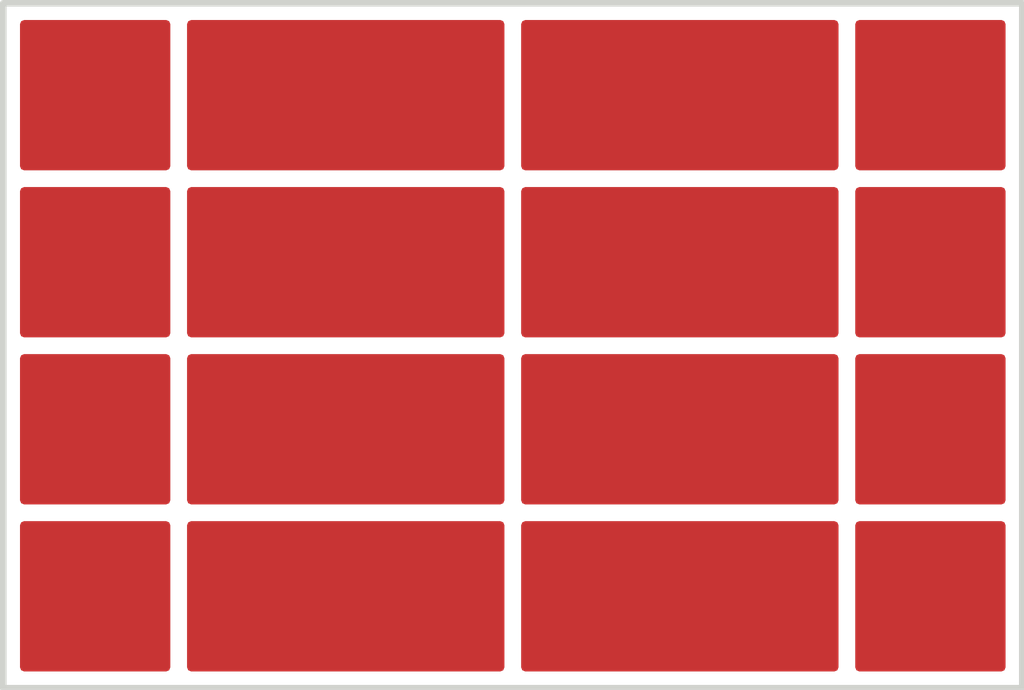
<source format=kicad_pcb>
(kicad_pcb (version 20211014) (generator pcbnew)

  (general
    (thickness 1.6)
  )

  (paper "A4")
  (layers
    (0 "F.Cu" signal)
    (31 "B.Cu" signal)
    (32 "B.Adhes" user "B.Adhesive")
    (33 "F.Adhes" user "F.Adhesive")
    (34 "B.Paste" user)
    (35 "F.Paste" user)
    (36 "B.SilkS" user "B.Silkscreen")
    (37 "F.SilkS" user "F.Silkscreen")
    (38 "B.Mask" user)
    (39 "F.Mask" user)
    (40 "Dwgs.User" user "User.Drawings")
    (41 "Cmts.User" user "User.Comments")
    (42 "Eco1.User" user "User.Eco1")
    (43 "Eco2.User" user "User.Eco2")
    (44 "Edge.Cuts" user)
    (45 "Margin" user)
    (46 "B.CrtYd" user "B.Courtyard")
    (47 "F.CrtYd" user "F.Courtyard")
    (48 "B.Fab" user)
    (49 "F.Fab" user)
    (50 "User.1" user)
    (51 "User.2" user)
    (52 "User.3" user)
    (53 "User.4" user)
    (54 "User.5" user)
    (55 "User.6" user)
    (56 "User.7" user)
    (57 "User.8" user)
    (58 "User.9" user)
  )

  (setup
    (pad_to_mask_clearance 0)
    (pcbplotparams
      (layerselection 0x00010fc_ffffffff)
      (disableapertmacros false)
      (usegerberextensions false)
      (usegerberattributes true)
      (usegerberadvancedattributes true)
      (creategerberjobfile true)
      (svguseinch false)
      (svgprecision 6)
      (excludeedgelayer true)
      (plotframeref false)
      (viasonmask false)
      (mode 1)
      (useauxorigin false)
      (hpglpennumber 1)
      (hpglpenspeed 20)
      (hpglpendiameter 15.000000)
      (dxfpolygonmode true)
      (dxfimperialunits true)
      (dxfusepcbnewfont true)
      (psnegative false)
      (psa4output false)
      (plotreference true)
      (plotvalue true)
      (plotinvisibletext false)
      (sketchpadsonfab false)
      (subtractmaskfromsilk false)
      (outputformat 1)
      (mirror false)
      (drillshape 0)
      (scaleselection 1)
      (outputdirectory "gerber/")
    )
  )

  (net 0 "")

  (gr_rect (start 142.113 106.807) (end 157.607 96.393) (layer "Edge.Cuts") (width 0.1) (fill none) (tstamp 24c3a978-3f12-4041-bba6-f8dfec4f529d))

  (zone (net 0) (net_name "") (layer "F.Cu") (tstamp 067a12da-0e32-4e58-b214-2d90cc155d8e) (hatch edge 0.508)
    (connect_pads yes (clearance 0.127))
    (min_thickness 0.127) (filled_areas_thickness no)
    (fill yes (thermal_gap 0.127) (thermal_bridge_width 0.508) (island_removal_mode 1) (island_area_min 0))
    (polygon
      (pts
        (xy 144.653 101.727)
        (xy 144.653 104.013)
        (xy 142.367 104.013)
        (xy 142.367 101.727)
      )
    )
    (filled_polygon
      (layer "F.Cu")
      (island)
      (pts
        (xy 144.634694 101.745306)
        (xy 144.653 101.7895)
        (xy 144.653 103.9505)
        (xy 144.634694 103.994694)
        (xy 144.5905 104.013)
        (xy 142.4295 104.013)
        (xy 142.385306 103.994694)
        (xy 142.367 103.9505)
        (xy 142.367 101.7895)
        (xy 142.385306 101.745306)
        (xy 142.4295 101.727)
        (xy 144.5905 101.727)
      )
    )
  )
  (zone (net 0) (net_name "") (layer "F.Cu") (tstamp 0d5ae617-bcc4-45ef-b266-3eab4f6733e1) (hatch edge 0.508)
    (connect_pads yes (clearance 0.127))
    (min_thickness 0.127) (filled_areas_thickness no)
    (fill yes (thermal_gap 0.127) (thermal_bridge_width 0.508) (island_removal_mode 1) (island_area_min 0))
    (polygon
      (pts
        (xy 157.353 104.267)
        (xy 157.353 106.553)
        (xy 155.067 106.553)
        (xy 155.067 104.267)
      )
    )
    (filled_polygon
      (layer "F.Cu")
      (island)
      (pts
        (xy 157.334694 104.285306)
        (xy 157.353 104.3295)
        (xy 157.353 106.4905)
        (xy 157.334694 106.534694)
        (xy 157.2905 106.553)
        (xy 155.1295 106.553)
        (xy 155.085306 106.534694)
        (xy 155.067 106.4905)
        (xy 155.067 104.3295)
        (xy 155.085306 104.285306)
        (xy 155.1295 104.267)
        (xy 157.2905 104.267)
      )
    )
  )
  (zone (net 0) (net_name "") (layer "F.Cu") (tstamp 18be6088-43af-4245-8065-87a70c8d22d7) (hatch edge 0.508)
    (connect_pads yes (clearance 0.127))
    (min_thickness 0.127) (filled_areas_thickness no)
    (fill yes (thermal_gap 0.127) (thermal_bridge_width 0.508) (island_removal_mode 1) (island_area_min 0))
    (polygon
      (pts
        (xy 149.733 96.647)
        (xy 149.733 98.933)
        (xy 144.907 98.933)
        (xy 144.907 96.647)
      )
    )
    (filled_polygon
      (layer "F.Cu")
      (island)
      (pts
        (xy 149.714694 96.665306)
        (xy 149.733 96.7095)
        (xy 149.733 98.8705)
        (xy 149.714694 98.914694)
        (xy 149.6705 98.933)
        (xy 144.9695 98.933)
        (xy 144.925306 98.914694)
        (xy 144.907 98.8705)
        (xy 144.907 96.7095)
        (xy 144.925306 96.665306)
        (xy 144.9695 96.647)
        (xy 149.6705 96.647)
      )
    )
  )
  (zone (net 0) (net_name "") (layer "F.Cu") (tstamp 19ee6660-55b6-4dfa-a51f-b217e2508e8a) (hatch edge 0.508)
    (connect_pads yes (clearance 0.127))
    (min_thickness 0.127) (filled_areas_thickness no)
    (fill yes (thermal_gap 0.127) (thermal_bridge_width 0.508) (island_removal_mode 1) (island_area_min 0))
    (polygon
      (pts
        (xy 154.813 101.727)
        (xy 154.813 104.013)
        (xy 149.987 104.013)
        (xy 149.987 101.727)
      )
    )
    (filled_polygon
      (layer "F.Cu")
      (island)
      (pts
        (xy 154.794694 101.745306)
        (xy 154.813 101.7895)
        (xy 154.813 103.9505)
        (xy 154.794694 103.994694)
        (xy 154.7505 104.013)
        (xy 150.0495 104.013)
        (xy 150.005306 103.994694)
        (xy 149.987 103.9505)
        (xy 149.987 101.7895)
        (xy 150.005306 101.745306)
        (xy 150.0495 101.727)
        (xy 154.7505 101.727)
      )
    )
  )
  (zone (net 0) (net_name "") (layer "F.Cu") (tstamp 1eb1b653-7f26-495c-b67d-ee4b46758573) (hatch edge 0.508)
    (connect_pads yes (clearance 0.127))
    (min_thickness 0.127) (filled_areas_thickness no)
    (fill yes (thermal_gap 0.127) (thermal_bridge_width 0.508) (island_removal_mode 1) (island_area_min 0))
    (polygon
      (pts
        (xy 149.733 101.727)
        (xy 149.733 104.013)
        (xy 144.907 104.013)
        (xy 144.907 101.727)
      )
    )
    (filled_polygon
      (layer "F.Cu")
      (island)
      (pts
        (xy 149.714694 101.745306)
        (xy 149.733 101.7895)
        (xy 149.733 103.9505)
        (xy 149.714694 103.994694)
        (xy 149.6705 104.013)
        (xy 144.9695 104.013)
        (xy 144.925306 103.994694)
        (xy 144.907 103.9505)
        (xy 144.907 101.7895)
        (xy 144.925306 101.745306)
        (xy 144.9695 101.727)
        (xy 149.6705 101.727)
      )
    )
  )
  (zone (net 0) (net_name "") (layer "F.Cu") (tstamp 4eee5332-f684-4400-9cb5-fc46e61c48e2) (hatch edge 0.508)
    (connect_pads yes (clearance 0.127))
    (min_thickness 0.127) (filled_areas_thickness no)
    (fill yes (thermal_gap 0.127) (thermal_bridge_width 0.508) (island_removal_mode 1) (island_area_min 0))
    (polygon
      (pts
        (xy 157.353 99.187)
        (xy 157.353 101.473)
        (xy 155.067 101.473)
        (xy 155.067 99.187)
      )
    )
    (filled_polygon
      (layer "F.Cu")
      (island)
      (pts
        (xy 157.334694 99.205306)
        (xy 157.353 99.2495)
        (xy 157.353 101.4105)
        (xy 157.334694 101.454694)
        (xy 157.2905 101.473)
        (xy 155.1295 101.473)
        (xy 155.085306 101.454694)
        (xy 155.067 101.4105)
        (xy 155.067 99.2495)
        (xy 155.085306 99.205306)
        (xy 155.1295 99.187)
        (xy 157.2905 99.187)
      )
    )
  )
  (zone (net 0) (net_name "") (layer "F.Cu") (tstamp 77a9be55-1436-4542-828d-c29d443d9334) (hatch edge 0.508)
    (connect_pads yes (clearance 0.127))
    (min_thickness 0.127) (filled_areas_thickness no)
    (fill yes (thermal_gap 0.127) (thermal_bridge_width 0.508) (island_removal_mode 1) (island_area_min 0))
    (polygon
      (pts
        (xy 154.813 99.187)
        (xy 154.813 101.473)
        (xy 149.987 101.473)
        (xy 149.987 99.187)
      )
    )
    (filled_polygon
      (layer "F.Cu")
      (island)
      (pts
        (xy 154.794694 99.205306)
        (xy 154.813 99.2495)
        (xy 154.813 101.4105)
        (xy 154.794694 101.454694)
        (xy 154.7505 101.473)
        (xy 150.0495 101.473)
        (xy 150.005306 101.454694)
        (xy 149.987 101.4105)
        (xy 149.987 99.2495)
        (xy 150.005306 99.205306)
        (xy 150.0495 99.187)
        (xy 154.7505 99.187)
      )
    )
  )
  (zone (net 0) (net_name "") (layer "F.Cu") (tstamp 83e2b57a-4e81-4144-aaaa-87bf9da585b0) (hatch edge 0.508)
    (connect_pads yes (clearance 0.127))
    (min_thickness 0.127) (filled_areas_thickness no)
    (fill yes (thermal_gap 0.127) (thermal_bridge_width 0.508) (island_removal_mode 1) (island_area_min 0))
    (polygon
      (pts
        (xy 157.353 101.727)
        (xy 157.353 104.013)
        (xy 155.067 104.013)
        (xy 155.067 101.727)
      )
    )
    (filled_polygon
      (layer "F.Cu")
      (island)
      (pts
        (xy 157.334694 101.745306)
        (xy 157.353 101.7895)
        (xy 157.353 103.9505)
        (xy 157.334694 103.994694)
        (xy 157.2905 104.013)
        (xy 155.1295 104.013)
        (xy 155.085306 103.994694)
        (xy 155.067 103.9505)
        (xy 155.067 101.7895)
        (xy 155.085306 101.745306)
        (xy 155.1295 101.727)
        (xy 157.2905 101.727)
      )
    )
  )
  (zone (net 0) (net_name "") (layer "F.Cu") (tstamp 86ab8c43-2d83-4c49-9d71-42e57926dbe2) (hatch edge 0.508)
    (connect_pads yes (clearance 0.127))
    (min_thickness 0.127) (filled_areas_thickness no)
    (fill yes (thermal_gap 0.127) (thermal_bridge_width 0.508) (island_removal_mode 1) (island_area_min 0))
    (polygon
      (pts
        (xy 144.653 96.647)
        (xy 144.653 98.933)
        (xy 142.367 98.933)
        (xy 142.367 96.647)
      )
    )
    (filled_polygon
      (layer "F.Cu")
      (island)
      (pts
        (xy 144.634694 96.665306)
        (xy 144.653 96.7095)
        (xy 144.653 98.8705)
        (xy 144.634694 98.914694)
        (xy 144.5905 98.933)
        (xy 142.4295 98.933)
        (xy 142.385306 98.914694)
        (xy 142.367 98.8705)
        (xy 142.367 96.7095)
        (xy 142.385306 96.665306)
        (xy 142.4295 96.647)
        (xy 144.5905 96.647)
      )
    )
  )
  (zone (net 0) (net_name "") (layer "F.Cu") (tstamp 9ce0a5f7-3a13-4b8e-8def-0070d0424087) (hatch edge 0.508)
    (connect_pads yes (clearance 0.127))
    (min_thickness 0.127) (filled_areas_thickness no)
    (fill yes (thermal_gap 0.127) (thermal_bridge_width 0.508) (island_removal_mode 1) (island_area_min 0))
    (polygon
      (pts
        (xy 154.813 96.647)
        (xy 154.813 98.933)
        (xy 149.987 98.933)
        (xy 149.987 96.647)
      )
    )
    (filled_polygon
      (layer "F.Cu")
      (island)
      (pts
        (xy 154.794694 96.665306)
        (xy 154.813 96.7095)
        (xy 154.813 98.8705)
        (xy 154.794694 98.914694)
        (xy 154.7505 98.933)
        (xy 150.0495 98.933)
        (xy 150.005306 98.914694)
        (xy 149.987 98.8705)
        (xy 149.987 96.7095)
        (xy 150.005306 96.665306)
        (xy 150.0495 96.647)
        (xy 154.7505 96.647)
      )
    )
  )
  (zone (net 0) (net_name "") (layer "F.Cu") (tstamp b0c04ae3-0ceb-4b6b-b857-1f3ef7c9e2af) (hatch edge 0.508)
    (connect_pads yes (clearance 0.127))
    (min_thickness 0.127) (filled_areas_thickness no)
    (fill yes (thermal_gap 0.127) (thermal_bridge_width 0.508) (island_removal_mode 1) (island_area_min 0))
    (polygon
      (pts
        (xy 149.733 104.267)
        (xy 149.733 106.553)
        (xy 144.907 106.553)
        (xy 144.907 104.267)
      )
    )
    (filled_polygon
      (layer "F.Cu")
      (island)
      (pts
        (xy 149.714694 104.285306)
        (xy 149.733 104.3295)
        (xy 149.733 106.4905)
        (xy 149.714694 106.534694)
        (xy 149.6705 106.553)
        (xy 144.9695 106.553)
        (xy 144.925306 106.534694)
        (xy 144.907 106.4905)
        (xy 144.907 104.3295)
        (xy 144.925306 104.285306)
        (xy 144.9695 104.267)
        (xy 149.6705 104.267)
      )
    )
  )
  (zone (net 0) (net_name "") (layer "F.Cu") (tstamp b504bf13-e5b7-4fdf-bc88-783241e53b0e) (hatch edge 0.508)
    (connect_pads yes (clearance 0.127))
    (min_thickness 0.127) (filled_areas_thickness no)
    (fill yes (thermal_gap 0.127) (thermal_bridge_width 0.508) (island_removal_mode 1) (island_area_min 0))
    (polygon
      (pts
        (xy 154.813 104.267)
        (xy 154.813 106.553)
        (xy 149.987 106.553)
        (xy 149.987 104.267)
      )
    )
    (filled_polygon
      (layer "F.Cu")
      (island)
      (pts
        (xy 154.794694 104.285306)
        (xy 154.813 104.3295)
        (xy 154.813 106.4905)
        (xy 154.794694 106.534694)
        (xy 154.7505 106.553)
        (xy 150.0495 106.553)
        (xy 150.005306 106.534694)
        (xy 149.987 106.4905)
        (xy 149.987 104.3295)
        (xy 150.005306 104.285306)
        (xy 150.0495 104.267)
        (xy 154.7505 104.267)
      )
    )
  )
  (zone (net 0) (net_name "") (layer "F.Cu") (tstamp baac2c40-36d3-4f4b-8ec3-50db8a853464) (hatch edge 0.508)
    (connect_pads yes (clearance 0.127))
    (min_thickness 0.127) (filled_areas_thickness no)
    (fill yes (thermal_gap 0.127) (thermal_bridge_width 0.508) (island_removal_mode 1) (island_area_min 0))
    (polygon
      (pts
        (xy 157.353 96.647)
        (xy 157.353 98.933)
        (xy 155.067 98.933)
        (xy 155.067 96.647)
      )
    )
    (filled_polygon
      (layer "F.Cu")
      (island)
      (pts
        (xy 157.334694 96.665306)
        (xy 157.353 96.7095)
        (xy 157.353 98.8705)
        (xy 157.334694 98.914694)
        (xy 157.2905 98.933)
        (xy 155.1295 98.933)
        (xy 155.085306 98.914694)
        (xy 155.067 98.8705)
        (xy 155.067 96.7095)
        (xy 155.085306 96.665306)
        (xy 155.1295 96.647)
        (xy 157.2905 96.647)
      )
    )
  )
  (zone (net 0) (net_name "") (layer "F.Cu") (tstamp c2860ad5-8d7f-4d2b-b32e-981e245ea210) (hatch edge 0.508)
    (connect_pads yes (clearance 0.127))
    (min_thickness 0.127) (filled_areas_thickness no)
    (fill yes (thermal_gap 0.127) (thermal_bridge_width 0.508) (island_removal_mode 1) (island_area_min 0))
    (polygon
      (pts
        (xy 144.653 104.267)
        (xy 144.653 106.553)
        (xy 142.367 106.553)
        (xy 142.367 104.267)
      )
    )
    (filled_polygon
      (layer "F.Cu")
      (island)
      (pts
        (xy 144.634694 104.285306)
        (xy 144.653 104.3295)
        (xy 144.653 106.4905)
        (xy 144.634694 106.534694)
        (xy 144.5905 106.553)
        (xy 142.4295 106.553)
        (xy 142.385306 106.534694)
        (xy 142.367 106.4905)
        (xy 142.367 104.3295)
        (xy 142.385306 104.285306)
        (xy 142.4295 104.267)
        (xy 144.5905 104.267)
      )
    )
  )
  (zone (net 0) (net_name "") (layer "F.Cu") (tstamp f1b0a714-9b6c-48c5-8716-22beeb389c64) (hatch edge 0.508)
    (connect_pads yes (clearance 0.127))
    (min_thickness 0.127) (filled_areas_thickness no)
    (fill yes (thermal_gap 0.127) (thermal_bridge_width 0.508) (island_removal_mode 1) (island_area_min 0))
    (polygon
      (pts
        (xy 144.653 99.187)
        (xy 144.653 101.473)
        (xy 142.367 101.473)
        (xy 142.367 99.187)
      )
    )
    (filled_polygon
      (layer "F.Cu")
      (island)
      (pts
        (xy 144.634694 99.205306)
        (xy 144.653 99.2495)
        (xy 144.653 101.4105)
        (xy 144.634694 101.454694)
        (xy 144.5905 101.473)
        (xy 142.4295 101.473)
        (xy 142.385306 101.454694)
        (xy 142.367 101.4105)
        (xy 142.367 99.2495)
        (xy 142.385306 99.205306)
        (xy 142.4295 99.187)
        (xy 144.5905 99.187)
      )
    )
  )
  (zone (net 0) (net_name "") (layer "F.Cu") (tstamp f53dcda2-3320-4d27-a787-1b1a3b4dbc25) (hatch edge 0.508)
    (connect_pads yes (clearance 0.127))
    (min_thickness 0.127) (filled_areas_thickness no)
    (fill yes (thermal_gap 0.127) (thermal_bridge_width 0.508) (island_removal_mode 1) (island_area_min 0))
    (polygon
      (pts
        (xy 149.733 99.187)
        (xy 149.733 101.473)
        (xy 144.907 101.473)
        (xy 144.907 99.187)
      )
    )
    (filled_polygon
      (layer "F.Cu")
      (island)
      (pts
        (xy 149.714694 99.205306)
        (xy 149.733 99.2495)
        (xy 149.733 101.4105)
        (xy 149.714694 101.454694)
        (xy 149.6705 101.473)
        (xy 144.9695 101.473)
        (xy 144.925306 101.454694)
        (xy 144.907 101.4105)
        (xy 144.907 99.2495)
        (xy 144.925306 99.205306)
        (xy 144.9695 99.187)
        (xy 149.6705 99.187)
      )
    )
  )
  (zone (net 0) (net_name "") (layer "B.Mask") (tstamp f1f8c5e8-84ec-46cc-976a-c595f2716600) (hatch edge 0.508)
    (connect_pads (clearance 0.508))
    (min_thickness 0.254) (filled_areas_thickness no)
    (fill yes (thermal_gap 0.508) (thermal_bridge_width 0.508))
    (polygon
      (pts
        (xy 157.607 106.807)
        (xy 142.113 106.807)
        (xy 142.113 96.393)
        (xy 157.607 96.393)
      )
    )
    (filled_polygon
      (layer "B.Mask")
      (island)
      (pts
        (xy 157.549121 96.413002)
        (xy 157.595614 96.466658)
        (xy 157.607 96.519)
        (xy 157.607 106.681)
        (xy 157.586998 106.749121)
        (xy 157.533342 106.795614)
        (xy 157.481 106.807)
        (xy 142.239 106.807)
        (xy 142.170879 106.786998)
        (xy 142.124386 106.733342)
        (xy 142.113 106.681)
        (xy 142.113 96.519)
        (xy 142.133002 96.450879)
        (xy 142.186658 96.404386)
        (xy 142.239 96.393)
        (xy 157.481 96.393)
      )
    )
  )
  (zone (net 0) (net_name "") (layer "F.Mask") (tstamp 411a0ba1-be1b-4c5f-a8ed-94404dcee95d) (hatch edge 0.508)
    (connect_pads (clearance 0.508))
    (min_thickness 0.254) (filled_areas_thickness no)
    (fill yes (thermal_gap 0.508) (thermal_bridge_width 0.508))
    (polygon
      (pts
        (xy 157.607 96.393)
        (xy 157.607 106.807)
        (xy 142.113 106.807)
        (xy 142.113 96.393)
      )
    )
    (filled_polygon
      (layer "F.Mask")
      (island)
      (pts
        (xy 157.549121 96.413002)
        (xy 157.595614 96.466658)
        (xy 157.607 96.519)
        (xy 157.607 106.681)
        (xy 157.586998 106.749121)
        (xy 157.533342 106.795614)
        (xy 157.481 106.807)
        (xy 142.239 106.807)
        (xy 142.170879 106.786998)
        (xy 142.124386 106.733342)
        (xy 142.113 106.681)
        (xy 142.113 96.519)
        (xy 142.133002 96.450879)
        (xy 142.186658 96.404386)
        (xy 142.239 96.393)
        (xy 157.481 96.393)
      )
    )
  )
)

</source>
